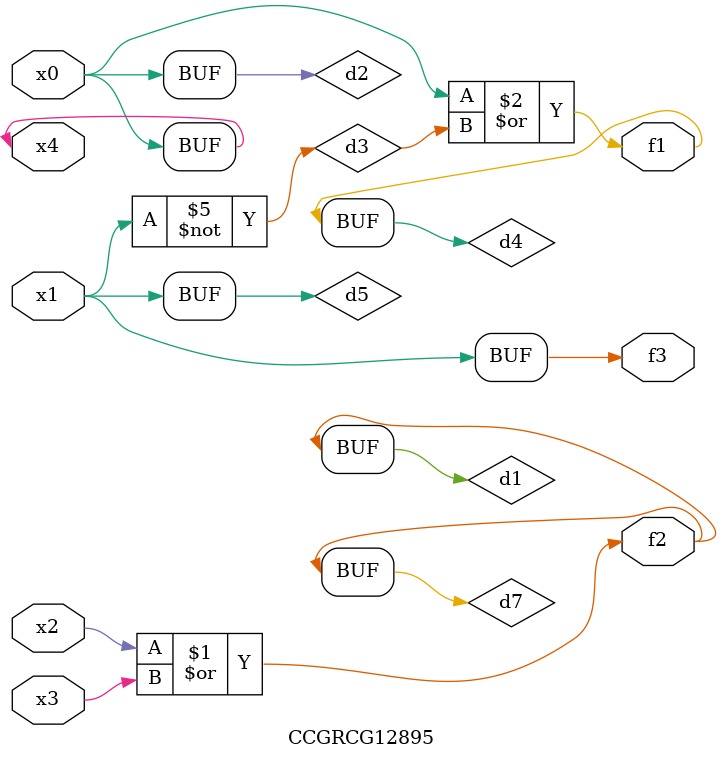
<source format=v>
module CCGRCG12895(
	input x0, x1, x2, x3, x4,
	output f1, f2, f3
);

	wire d1, d2, d3, d4, d5, d6, d7;

	or (d1, x2, x3);
	buf (d2, x0, x4);
	not (d3, x1);
	or (d4, d2, d3);
	not (d5, d3);
	nand (d6, d1, d3);
	or (d7, d1);
	assign f1 = d4;
	assign f2 = d7;
	assign f3 = d5;
endmodule

</source>
